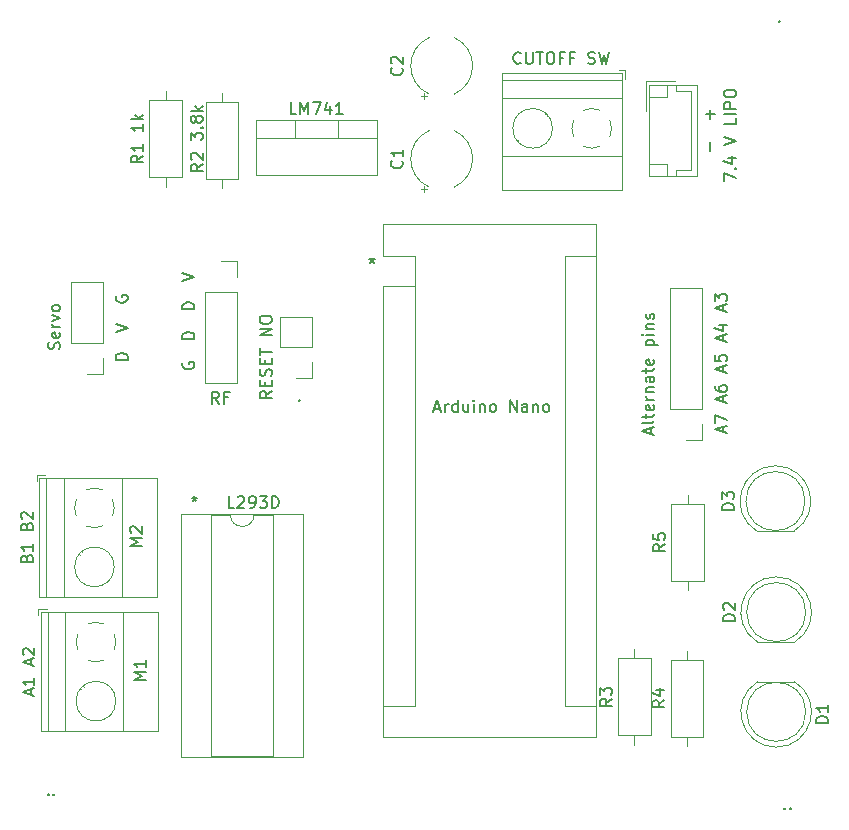
<source format=gbr>
%TF.GenerationSoftware,KiCad,Pcbnew,(5.1.10)-1*%
%TF.CreationDate,2021-06-27T00:20:55+05:30*%
%TF.ProjectId,pcb_flip,7063625f-666c-4697-902e-6b696361645f,rev?*%
%TF.SameCoordinates,Original*%
%TF.FileFunction,Legend,Top*%
%TF.FilePolarity,Positive*%
%FSLAX46Y46*%
G04 Gerber Fmt 4.6, Leading zero omitted, Abs format (unit mm)*
G04 Created by KiCad (PCBNEW (5.1.10)-1) date 2021-06-27 00:20:55*
%MOMM*%
%LPD*%
G01*
G04 APERTURE LIST*
%ADD10C,0.120000*%
%ADD11C,0.150000*%
G04 APERTURE END LIST*
D10*
%TO.C,D2*%
X121264000Y-93428500D02*
X124354000Y-93428500D01*
X125309000Y-90868500D02*
G75*
G03*
X125309000Y-90868500I-2500000J0D01*
G01*
X122808538Y-87878500D02*
G75*
G02*
X124353830Y-93428500I462J-2990000D01*
G01*
X122809462Y-87878500D02*
G75*
G03*
X121264170Y-93428500I-462J-2990000D01*
G01*
%TO.C,\u002A   L293D*%
X82737000Y-82557000D02*
X72457000Y-82557000D01*
X82737000Y-103117000D02*
X82737000Y-82557000D01*
X72457000Y-103117000D02*
X82737000Y-103117000D01*
X72457000Y-82557000D02*
X72457000Y-103117000D01*
X80247000Y-82617000D02*
X78597000Y-82617000D01*
X80247000Y-103057000D02*
X80247000Y-82617000D01*
X74947000Y-103057000D02*
X80247000Y-103057000D01*
X74947000Y-82617000D02*
X74947000Y-103057000D01*
X76597000Y-82617000D02*
X74947000Y-82617000D01*
X78597000Y-82617000D02*
G75*
G02*
X76597000Y-82617000I-1000000J0D01*
G01*
%TO.C,CUTOFF SW*%
X109988000Y-45011000D02*
X109488000Y-45011000D01*
X109988000Y-45751000D02*
X109988000Y-45011000D01*
X103415000Y-48888000D02*
X103462000Y-48842000D01*
X101118000Y-51186000D02*
X101153000Y-51150000D01*
X103222000Y-48672000D02*
X103257000Y-48637000D01*
X100913000Y-50980000D02*
X100960000Y-50934000D01*
X99628000Y-55172000D02*
X99628000Y-45251000D01*
X109748000Y-55172000D02*
X109748000Y-45251000D01*
X109748000Y-45251000D02*
X99628000Y-45251000D01*
X109748000Y-55172000D02*
X99628000Y-55172000D01*
X109748000Y-52212000D02*
X99628000Y-52212000D01*
X109748000Y-47311000D02*
X99628000Y-47311000D01*
X109748000Y-45811000D02*
X99628000Y-45811000D01*
X103868000Y-49911000D02*
G75*
G03*
X103868000Y-49911000I-1680000J0D01*
G01*
X107159195Y-48230747D02*
G75*
G02*
X107872000Y-48376000I28805J-1680253D01*
G01*
X108723426Y-49227958D02*
G75*
G02*
X108723000Y-50595000I-1535426J-683042D01*
G01*
X107871042Y-51446426D02*
G75*
G02*
X106504000Y-51446000I-683042J1535426D01*
G01*
X105652574Y-50594042D02*
G75*
G02*
X105653000Y-49227000I1535426J683042D01*
G01*
X106504682Y-48376244D02*
G75*
G02*
X107188000Y-48231000I683318J-1534756D01*
G01*
%TO.C,A7 A6 A5 A4 A3*%
X116519000Y-76260000D02*
X115189000Y-76260000D01*
X116519000Y-74930000D02*
X116519000Y-76260000D01*
X116519000Y-73660000D02*
X113859000Y-73660000D01*
X113859000Y-73660000D02*
X113859000Y-63440000D01*
X116519000Y-73660000D02*
X116519000Y-63440000D01*
X116519000Y-63440000D02*
X113859000Y-63440000D01*
%TO.C,.*%
X83499000Y-71053000D02*
X82169000Y-71053000D01*
X83499000Y-69723000D02*
X83499000Y-71053000D01*
X83499000Y-68453000D02*
X80839000Y-68453000D01*
X80839000Y-68453000D02*
X80839000Y-65853000D01*
X83499000Y-68453000D02*
X83499000Y-65853000D01*
X83499000Y-65853000D02*
X80839000Y-65853000D01*
%TO.C,M1*%
X60314500Y-90608500D02*
X60314500Y-91108500D01*
X61054500Y-90608500D02*
X60314500Y-90608500D01*
X64191500Y-97181500D02*
X64145500Y-97134500D01*
X66489500Y-99478500D02*
X66453500Y-99443500D01*
X63975500Y-97374500D02*
X63940500Y-97339500D01*
X66283500Y-99683500D02*
X66237500Y-99636500D01*
X70475500Y-100968500D02*
X60554500Y-100968500D01*
X70475500Y-90848500D02*
X60554500Y-90848500D01*
X60554500Y-90848500D02*
X60554500Y-100968500D01*
X70475500Y-90848500D02*
X70475500Y-100968500D01*
X67515500Y-90848500D02*
X67515500Y-100968500D01*
X62614500Y-90848500D02*
X62614500Y-100968500D01*
X61114500Y-90848500D02*
X61114500Y-100968500D01*
X66894500Y-98408500D02*
G75*
G03*
X66894500Y-98408500I-1680000J0D01*
G01*
X63534247Y-93437305D02*
G75*
G02*
X63679500Y-92724500I1680253J28805D01*
G01*
X64531458Y-91873074D02*
G75*
G02*
X65898500Y-91873500I683042J-1535426D01*
G01*
X66749926Y-92725458D02*
G75*
G02*
X66749500Y-94092500I-1535426J-683042D01*
G01*
X65897542Y-94943926D02*
G75*
G02*
X64530500Y-94943500I-683042J1535426D01*
G01*
X63679744Y-94091818D02*
G75*
G02*
X63534500Y-93408500I1534756J683318D01*
G01*
%TO.C,M2*%
X60187500Y-79242000D02*
X60187500Y-79742000D01*
X60927500Y-79242000D02*
X60187500Y-79242000D01*
X64064500Y-85815000D02*
X64018500Y-85768000D01*
X66362500Y-88112000D02*
X66326500Y-88077000D01*
X63848500Y-86008000D02*
X63813500Y-85973000D01*
X66156500Y-88317000D02*
X66110500Y-88270000D01*
X70348500Y-89602000D02*
X60427500Y-89602000D01*
X70348500Y-79482000D02*
X60427500Y-79482000D01*
X60427500Y-79482000D02*
X60427500Y-89602000D01*
X70348500Y-79482000D02*
X70348500Y-89602000D01*
X67388500Y-79482000D02*
X67388500Y-89602000D01*
X62487500Y-79482000D02*
X62487500Y-89602000D01*
X60987500Y-79482000D02*
X60987500Y-89602000D01*
X66767500Y-87042000D02*
G75*
G03*
X66767500Y-87042000I-1680000J0D01*
G01*
X63407247Y-82070805D02*
G75*
G02*
X63552500Y-81358000I1680253J28805D01*
G01*
X64404458Y-80506574D02*
G75*
G02*
X65771500Y-80507000I683042J-1535426D01*
G01*
X66622926Y-81358958D02*
G75*
G02*
X66622500Y-82726000I-1535426J-683042D01*
G01*
X65770542Y-83577426D02*
G75*
G02*
X64403500Y-83577000I-683042J1535426D01*
G01*
X63552744Y-82725318D02*
G75*
G02*
X63407500Y-82042000I1534756J683318D01*
G01*
%TO.C,D  V  G*%
X65782500Y-70672000D02*
X64452500Y-70672000D01*
X65782500Y-69342000D02*
X65782500Y-70672000D01*
X65782500Y-68072000D02*
X63122500Y-68072000D01*
X63122500Y-68072000D02*
X63122500Y-62932000D01*
X65782500Y-68072000D02*
X65782500Y-62932000D01*
X65782500Y-62932000D02*
X63122500Y-62932000D01*
%TO.C,RF*%
X75819000Y-61154000D02*
X77149000Y-61154000D01*
X77149000Y-61154000D02*
X77149000Y-62484000D01*
X77149000Y-63754000D02*
X77149000Y-71434000D01*
X74489000Y-71434000D02*
X77149000Y-71434000D01*
X74489000Y-63754000D02*
X74489000Y-71434000D01*
X74489000Y-63754000D02*
X77149000Y-63754000D01*
%TO.C,LM741*%
X78763500Y-49244500D02*
X89003500Y-49244500D01*
X78763500Y-53885500D02*
X89003500Y-53885500D01*
X78763500Y-49244500D02*
X78763500Y-53885500D01*
X89003500Y-49244500D02*
X89003500Y-53885500D01*
X78763500Y-50754500D02*
X89003500Y-50754500D01*
X82033500Y-49244500D02*
X82033500Y-50754500D01*
X85734500Y-49244500D02*
X85734500Y-50754500D01*
%TO.C,R5*%
X115316000Y-80923000D02*
X115316000Y-81693000D01*
X115316000Y-89003000D02*
X115316000Y-88233000D01*
X113946000Y-81693000D02*
X113946000Y-88233000D01*
X116686000Y-81693000D02*
X113946000Y-81693000D01*
X116686000Y-88233000D02*
X116686000Y-81693000D01*
X113946000Y-88233000D02*
X116686000Y-88233000D01*
%TO.C,R4*%
X115252500Y-94131000D02*
X115252500Y-94901000D01*
X115252500Y-102211000D02*
X115252500Y-101441000D01*
X113882500Y-94901000D02*
X113882500Y-101441000D01*
X116622500Y-94901000D02*
X113882500Y-94901000D01*
X116622500Y-101441000D02*
X116622500Y-94901000D01*
X113882500Y-101441000D02*
X116622500Y-101441000D01*
%TO.C,R3*%
X110807500Y-94004000D02*
X110807500Y-94774000D01*
X110807500Y-102084000D02*
X110807500Y-101314000D01*
X109437500Y-94774000D02*
X109437500Y-101314000D01*
X112177500Y-94774000D02*
X109437500Y-94774000D01*
X112177500Y-101314000D02*
X112177500Y-94774000D01*
X109437500Y-101314000D02*
X112177500Y-101314000D01*
%TO.C,R2 3.8k*%
X75882500Y-46887000D02*
X75882500Y-47657000D01*
X75882500Y-54967000D02*
X75882500Y-54197000D01*
X74512500Y-47657000D02*
X74512500Y-54197000D01*
X77252500Y-47657000D02*
X74512500Y-47657000D01*
X77252500Y-54197000D02*
X77252500Y-47657000D01*
X74512500Y-54197000D02*
X77252500Y-54197000D01*
%TO.C,R1 1k*%
X71120000Y-46760000D02*
X71120000Y-47530000D01*
X71120000Y-54840000D02*
X71120000Y-54070000D01*
X69750000Y-47530000D02*
X69750000Y-54070000D01*
X72490000Y-47530000D02*
X69750000Y-47530000D01*
X72490000Y-54070000D02*
X72490000Y-47530000D01*
X69750000Y-54070000D02*
X72490000Y-54070000D01*
%TO.C,-  +*%
X111753500Y-45921500D02*
X111753500Y-48421500D01*
X114253500Y-45921500D02*
X111753500Y-45921500D01*
X113553500Y-52941500D02*
X112053500Y-52941500D01*
X113553500Y-53941500D02*
X113553500Y-52941500D01*
X113553500Y-47221500D02*
X112053500Y-47221500D01*
X113553500Y-46221500D02*
X113553500Y-47221500D01*
X114363500Y-53441500D02*
X114363500Y-53941500D01*
X115573500Y-53441500D02*
X114363500Y-53441500D01*
X115573500Y-46721500D02*
X115573500Y-53441500D01*
X114363500Y-46721500D02*
X115573500Y-46721500D01*
X114363500Y-46221500D02*
X114363500Y-46721500D01*
X116073500Y-53941500D02*
X116073500Y-46221500D01*
X112053500Y-53941500D02*
X116073500Y-53941500D01*
X112053500Y-46221500D02*
X112053500Y-53941500D01*
X116073500Y-46221500D02*
X112053500Y-46221500D01*
%TO.C,D3*%
X121200500Y-84030500D02*
X124290500Y-84030500D01*
X125245500Y-81470500D02*
G75*
G03*
X125245500Y-81470500I-2500000J0D01*
G01*
X122745038Y-78480500D02*
G75*
G02*
X124290330Y-84030500I462J-2990000D01*
G01*
X122745962Y-78480500D02*
G75*
G03*
X121200670Y-84030500I-462J-2990000D01*
G01*
%TO.C,D1*%
X124354000Y-96754000D02*
X121264000Y-96754000D01*
X125309000Y-99314000D02*
G75*
G03*
X125309000Y-99314000I-2500000J0D01*
G01*
X122809462Y-102304000D02*
G75*
G02*
X121264170Y-96754000I-462J2990000D01*
G01*
X122808538Y-102304000D02*
G75*
G03*
X124353830Y-96754000I462J2990000D01*
G01*
%TO.C,C2*%
X92763000Y-47171775D02*
X93263000Y-47171775D01*
X93013000Y-47421775D02*
X93013000Y-46921775D01*
X95548000Y-42221003D02*
G75*
G02*
X95548000Y-47012997I-1060000J-2395997D01*
G01*
X93428000Y-42221003D02*
G75*
G03*
X93428000Y-47012997I1060000J-2395997D01*
G01*
%TO.C,C1*%
X92763000Y-55045775D02*
X93263000Y-55045775D01*
X93013000Y-55295775D02*
X93013000Y-54795775D01*
X95548000Y-50095003D02*
G75*
G02*
X95548000Y-54886997I-1060000J-2395997D01*
G01*
X93428000Y-50095003D02*
G75*
G03*
X93428000Y-54886997I1060000J-2395997D01*
G01*
%TO.C,Arduino Nano*%
X92202000Y-63246000D02*
X92202000Y-60706000D01*
X92202000Y-60706000D02*
X89532000Y-60706000D01*
X89532000Y-63246000D02*
X89532000Y-101476000D01*
X89532000Y-58036000D02*
X89532000Y-60706000D01*
X104902000Y-60706000D02*
X107572000Y-60706000D01*
X104902000Y-60706000D02*
X104902000Y-98806000D01*
X104902000Y-98806000D02*
X107572000Y-98806000D01*
X92202000Y-63246000D02*
X89532000Y-63246000D01*
X92202000Y-63246000D02*
X92202000Y-98806000D01*
X92202000Y-98806000D02*
X89532000Y-98806000D01*
X89532000Y-101476000D02*
X107572000Y-101476000D01*
X107572000Y-101476000D02*
X107572000Y-58036000D01*
X107572000Y-58036000D02*
X89532000Y-58036000D01*
%TO.C,..*%
D11*
X123523404Y-107474142D02*
X123571023Y-107521761D01*
X123523404Y-107569380D01*
X123475785Y-107521761D01*
X123523404Y-107474142D01*
X123523404Y-107569380D01*
X123999595Y-107474142D02*
X124047214Y-107521761D01*
X123999595Y-107569380D01*
X123951976Y-107521761D01*
X123999595Y-107474142D01*
X123999595Y-107569380D01*
X61166404Y-106267642D02*
X61214023Y-106315261D01*
X61166404Y-106362880D01*
X61118785Y-106315261D01*
X61166404Y-106267642D01*
X61166404Y-106362880D01*
X61642595Y-106267642D02*
X61690214Y-106315261D01*
X61642595Y-106362880D01*
X61594976Y-106315261D01*
X61642595Y-106267642D01*
X61642595Y-106362880D01*
%TO.C,.*%
X123063000Y-40799142D02*
X123110619Y-40846761D01*
X123063000Y-40894380D01*
X123015380Y-40846761D01*
X123063000Y-40799142D01*
X123063000Y-40894380D01*
%TO.C, *%
%TO.C,D2*%
X119301380Y-91606595D02*
X118301380Y-91606595D01*
X118301380Y-91368500D01*
X118349000Y-91225642D01*
X118444238Y-91130404D01*
X118539476Y-91082785D01*
X118729952Y-91035166D01*
X118872809Y-91035166D01*
X119063285Y-91082785D01*
X119158523Y-91130404D01*
X119253761Y-91225642D01*
X119301380Y-91368500D01*
X119301380Y-91606595D01*
X118396619Y-90654214D02*
X118349000Y-90606595D01*
X118301380Y-90511357D01*
X118301380Y-90273261D01*
X118349000Y-90178023D01*
X118396619Y-90130404D01*
X118491857Y-90082785D01*
X118587095Y-90082785D01*
X118729952Y-90130404D01*
X119301380Y-90701833D01*
X119301380Y-90082785D01*
%TO.C,\u002A   L293D*%
X73549309Y-81049880D02*
X73549309Y-81287976D01*
X73311214Y-81192738D02*
X73549309Y-81287976D01*
X73787404Y-81192738D01*
X73406452Y-81478452D02*
X73549309Y-81287976D01*
X73692166Y-81478452D01*
X76930261Y-82049880D02*
X76454071Y-82049880D01*
X76454071Y-81049880D01*
X77215976Y-81145119D02*
X77263595Y-81097500D01*
X77358833Y-81049880D01*
X77596928Y-81049880D01*
X77692166Y-81097500D01*
X77739785Y-81145119D01*
X77787404Y-81240357D01*
X77787404Y-81335595D01*
X77739785Y-81478452D01*
X77168357Y-82049880D01*
X77787404Y-82049880D01*
X78263595Y-82049880D02*
X78454071Y-82049880D01*
X78549309Y-82002261D01*
X78596928Y-81954642D01*
X78692166Y-81811785D01*
X78739785Y-81621309D01*
X78739785Y-81240357D01*
X78692166Y-81145119D01*
X78644547Y-81097500D01*
X78549309Y-81049880D01*
X78358833Y-81049880D01*
X78263595Y-81097500D01*
X78215976Y-81145119D01*
X78168357Y-81240357D01*
X78168357Y-81478452D01*
X78215976Y-81573690D01*
X78263595Y-81621309D01*
X78358833Y-81668928D01*
X78549309Y-81668928D01*
X78644547Y-81621309D01*
X78692166Y-81573690D01*
X78739785Y-81478452D01*
X79073119Y-81049880D02*
X79692166Y-81049880D01*
X79358833Y-81430833D01*
X79501690Y-81430833D01*
X79596928Y-81478452D01*
X79644547Y-81526071D01*
X79692166Y-81621309D01*
X79692166Y-81859404D01*
X79644547Y-81954642D01*
X79596928Y-82002261D01*
X79501690Y-82049880D01*
X79215976Y-82049880D01*
X79120738Y-82002261D01*
X79073119Y-81954642D01*
X80120738Y-82049880D02*
X80120738Y-81049880D01*
X80358833Y-81049880D01*
X80501690Y-81097500D01*
X80596928Y-81192738D01*
X80644547Y-81287976D01*
X80692166Y-81478452D01*
X80692166Y-81621309D01*
X80644547Y-81811785D01*
X80596928Y-81907023D01*
X80501690Y-82002261D01*
X80358833Y-82049880D01*
X80120738Y-82049880D01*
%TO.C,CUTOFF SW*%
X101179738Y-44362642D02*
X101132119Y-44410261D01*
X100989261Y-44457880D01*
X100894023Y-44457880D01*
X100751166Y-44410261D01*
X100655928Y-44315023D01*
X100608309Y-44219785D01*
X100560690Y-44029309D01*
X100560690Y-43886452D01*
X100608309Y-43695976D01*
X100655928Y-43600738D01*
X100751166Y-43505500D01*
X100894023Y-43457880D01*
X100989261Y-43457880D01*
X101132119Y-43505500D01*
X101179738Y-43553119D01*
X101608309Y-43457880D02*
X101608309Y-44267404D01*
X101655928Y-44362642D01*
X101703547Y-44410261D01*
X101798785Y-44457880D01*
X101989261Y-44457880D01*
X102084500Y-44410261D01*
X102132119Y-44362642D01*
X102179738Y-44267404D01*
X102179738Y-43457880D01*
X102513071Y-43457880D02*
X103084500Y-43457880D01*
X102798785Y-44457880D02*
X102798785Y-43457880D01*
X103608309Y-43457880D02*
X103798785Y-43457880D01*
X103894023Y-43505500D01*
X103989261Y-43600738D01*
X104036880Y-43791214D01*
X104036880Y-44124547D01*
X103989261Y-44315023D01*
X103894023Y-44410261D01*
X103798785Y-44457880D01*
X103608309Y-44457880D01*
X103513071Y-44410261D01*
X103417833Y-44315023D01*
X103370214Y-44124547D01*
X103370214Y-43791214D01*
X103417833Y-43600738D01*
X103513071Y-43505500D01*
X103608309Y-43457880D01*
X104798785Y-43934071D02*
X104465452Y-43934071D01*
X104465452Y-44457880D02*
X104465452Y-43457880D01*
X104941642Y-43457880D01*
X105655928Y-43934071D02*
X105322595Y-43934071D01*
X105322595Y-44457880D02*
X105322595Y-43457880D01*
X105798785Y-43457880D01*
X106894023Y-44410261D02*
X107036880Y-44457880D01*
X107274976Y-44457880D01*
X107370214Y-44410261D01*
X107417833Y-44362642D01*
X107465452Y-44267404D01*
X107465452Y-44172166D01*
X107417833Y-44076928D01*
X107370214Y-44029309D01*
X107274976Y-43981690D01*
X107084500Y-43934071D01*
X106989261Y-43886452D01*
X106941642Y-43838833D01*
X106894023Y-43743595D01*
X106894023Y-43648357D01*
X106941642Y-43553119D01*
X106989261Y-43505500D01*
X107084500Y-43457880D01*
X107322595Y-43457880D01*
X107465452Y-43505500D01*
X107798785Y-43457880D02*
X108036880Y-44457880D01*
X108227357Y-43743595D01*
X108417833Y-44457880D01*
X108655928Y-43457880D01*
%TO.C,A7 A6 A5 A4 A3*%
X118340166Y-75643642D02*
X118340166Y-75167452D01*
X118625880Y-75738880D02*
X117625880Y-75405547D01*
X118625880Y-75072214D01*
X117625880Y-74834119D02*
X117625880Y-74167452D01*
X118625880Y-74596023D01*
X118340166Y-73072214D02*
X118340166Y-72596023D01*
X118625880Y-73167452D02*
X117625880Y-72834119D01*
X118625880Y-72500785D01*
X117625880Y-71738880D02*
X117625880Y-71929357D01*
X117673500Y-72024595D01*
X117721119Y-72072214D01*
X117863976Y-72167452D01*
X118054452Y-72215071D01*
X118435404Y-72215071D01*
X118530642Y-72167452D01*
X118578261Y-72119833D01*
X118625880Y-72024595D01*
X118625880Y-71834119D01*
X118578261Y-71738880D01*
X118530642Y-71691261D01*
X118435404Y-71643642D01*
X118197309Y-71643642D01*
X118102071Y-71691261D01*
X118054452Y-71738880D01*
X118006833Y-71834119D01*
X118006833Y-72024595D01*
X118054452Y-72119833D01*
X118102071Y-72167452D01*
X118197309Y-72215071D01*
X118340166Y-70500785D02*
X118340166Y-70024595D01*
X118625880Y-70596023D02*
X117625880Y-70262690D01*
X118625880Y-69929357D01*
X117625880Y-69119833D02*
X117625880Y-69596023D01*
X118102071Y-69643642D01*
X118054452Y-69596023D01*
X118006833Y-69500785D01*
X118006833Y-69262690D01*
X118054452Y-69167452D01*
X118102071Y-69119833D01*
X118197309Y-69072214D01*
X118435404Y-69072214D01*
X118530642Y-69119833D01*
X118578261Y-69167452D01*
X118625880Y-69262690D01*
X118625880Y-69500785D01*
X118578261Y-69596023D01*
X118530642Y-69643642D01*
X118340166Y-67929357D02*
X118340166Y-67453166D01*
X118625880Y-68024595D02*
X117625880Y-67691261D01*
X118625880Y-67357928D01*
X117959214Y-66596023D02*
X118625880Y-66596023D01*
X117578261Y-66834119D02*
X118292547Y-67072214D01*
X118292547Y-66453166D01*
X118340166Y-65357928D02*
X118340166Y-64881738D01*
X118625880Y-65453166D02*
X117625880Y-65119833D01*
X118625880Y-64786500D01*
X117625880Y-64548404D02*
X117625880Y-63929357D01*
X118006833Y-64262690D01*
X118006833Y-64119833D01*
X118054452Y-64024595D01*
X118102071Y-63976976D01*
X118197309Y-63929357D01*
X118435404Y-63929357D01*
X118530642Y-63976976D01*
X118578261Y-64024595D01*
X118625880Y-64119833D01*
X118625880Y-64405547D01*
X118578261Y-64500785D01*
X118530642Y-64548404D01*
X112180666Y-75746928D02*
X112180666Y-75270738D01*
X112466380Y-75842166D02*
X111466380Y-75508833D01*
X112466380Y-75175500D01*
X112466380Y-74699309D02*
X112418761Y-74794547D01*
X112323523Y-74842166D01*
X111466380Y-74842166D01*
X111799714Y-74461214D02*
X111799714Y-74080261D01*
X111466380Y-74318357D02*
X112323523Y-74318357D01*
X112418761Y-74270738D01*
X112466380Y-74175500D01*
X112466380Y-74080261D01*
X112418761Y-73365976D02*
X112466380Y-73461214D01*
X112466380Y-73651690D01*
X112418761Y-73746928D01*
X112323523Y-73794547D01*
X111942571Y-73794547D01*
X111847333Y-73746928D01*
X111799714Y-73651690D01*
X111799714Y-73461214D01*
X111847333Y-73365976D01*
X111942571Y-73318357D01*
X112037809Y-73318357D01*
X112133047Y-73794547D01*
X112466380Y-72889785D02*
X111799714Y-72889785D01*
X111990190Y-72889785D02*
X111894952Y-72842166D01*
X111847333Y-72794547D01*
X111799714Y-72699309D01*
X111799714Y-72604071D01*
X111799714Y-72270738D02*
X112466380Y-72270738D01*
X111894952Y-72270738D02*
X111847333Y-72223119D01*
X111799714Y-72127880D01*
X111799714Y-71985023D01*
X111847333Y-71889785D01*
X111942571Y-71842166D01*
X112466380Y-71842166D01*
X112466380Y-70937404D02*
X111942571Y-70937404D01*
X111847333Y-70985023D01*
X111799714Y-71080261D01*
X111799714Y-71270738D01*
X111847333Y-71365976D01*
X112418761Y-70937404D02*
X112466380Y-71032642D01*
X112466380Y-71270738D01*
X112418761Y-71365976D01*
X112323523Y-71413595D01*
X112228285Y-71413595D01*
X112133047Y-71365976D01*
X112085428Y-71270738D01*
X112085428Y-71032642D01*
X112037809Y-70937404D01*
X111799714Y-70604071D02*
X111799714Y-70223119D01*
X111466380Y-70461214D02*
X112323523Y-70461214D01*
X112418761Y-70413595D01*
X112466380Y-70318357D01*
X112466380Y-70223119D01*
X112418761Y-69508833D02*
X112466380Y-69604071D01*
X112466380Y-69794547D01*
X112418761Y-69889785D01*
X112323523Y-69937404D01*
X111942571Y-69937404D01*
X111847333Y-69889785D01*
X111799714Y-69794547D01*
X111799714Y-69604071D01*
X111847333Y-69508833D01*
X111942571Y-69461214D01*
X112037809Y-69461214D01*
X112133047Y-69937404D01*
X111799714Y-68270738D02*
X112799714Y-68270738D01*
X111847333Y-68270738D02*
X111799714Y-68175500D01*
X111799714Y-67985023D01*
X111847333Y-67889785D01*
X111894952Y-67842166D01*
X111990190Y-67794547D01*
X112275904Y-67794547D01*
X112371142Y-67842166D01*
X112418761Y-67889785D01*
X112466380Y-67985023D01*
X112466380Y-68175500D01*
X112418761Y-68270738D01*
X112466380Y-67365976D02*
X111799714Y-67365976D01*
X111466380Y-67365976D02*
X111514000Y-67413595D01*
X111561619Y-67365976D01*
X111514000Y-67318357D01*
X111466380Y-67365976D01*
X111561619Y-67365976D01*
X111799714Y-66889785D02*
X112466380Y-66889785D01*
X111894952Y-66889785D02*
X111847333Y-66842166D01*
X111799714Y-66746928D01*
X111799714Y-66604071D01*
X111847333Y-66508833D01*
X111942571Y-66461214D01*
X112466380Y-66461214D01*
X112418761Y-66032642D02*
X112466380Y-65937404D01*
X112466380Y-65746928D01*
X112418761Y-65651690D01*
X112323523Y-65604071D01*
X112275904Y-65604071D01*
X112180666Y-65651690D01*
X112133047Y-65746928D01*
X112133047Y-65889785D01*
X112085428Y-65985023D01*
X111990190Y-66032642D01*
X111942571Y-66032642D01*
X111847333Y-65985023D01*
X111799714Y-65889785D01*
X111799714Y-65746928D01*
X111847333Y-65651690D01*
%TO.C,.*%
X82423000Y-72874142D02*
X82470619Y-72921761D01*
X82423000Y-72969380D01*
X82375380Y-72921761D01*
X82423000Y-72874142D01*
X82423000Y-72969380D01*
X80081380Y-72159452D02*
X79605190Y-72492785D01*
X80081380Y-72730880D02*
X79081380Y-72730880D01*
X79081380Y-72349928D01*
X79129000Y-72254690D01*
X79176619Y-72207071D01*
X79271857Y-72159452D01*
X79414714Y-72159452D01*
X79509952Y-72207071D01*
X79557571Y-72254690D01*
X79605190Y-72349928D01*
X79605190Y-72730880D01*
X79557571Y-71730880D02*
X79557571Y-71397547D01*
X80081380Y-71254690D02*
X80081380Y-71730880D01*
X79081380Y-71730880D01*
X79081380Y-71254690D01*
X80033761Y-70873738D02*
X80081380Y-70730880D01*
X80081380Y-70492785D01*
X80033761Y-70397547D01*
X79986142Y-70349928D01*
X79890904Y-70302309D01*
X79795666Y-70302309D01*
X79700428Y-70349928D01*
X79652809Y-70397547D01*
X79605190Y-70492785D01*
X79557571Y-70683261D01*
X79509952Y-70778500D01*
X79462333Y-70826119D01*
X79367095Y-70873738D01*
X79271857Y-70873738D01*
X79176619Y-70826119D01*
X79129000Y-70778500D01*
X79081380Y-70683261D01*
X79081380Y-70445166D01*
X79129000Y-70302309D01*
X79557571Y-69873738D02*
X79557571Y-69540404D01*
X80081380Y-69397547D02*
X80081380Y-69873738D01*
X79081380Y-69873738D01*
X79081380Y-69397547D01*
X79081380Y-69111833D02*
X79081380Y-68540404D01*
X80081380Y-68826119D02*
X79081380Y-68826119D01*
X80081380Y-67445166D02*
X79081380Y-67445166D01*
X80081380Y-66873738D01*
X79081380Y-66873738D01*
X79081380Y-66207071D02*
X79081380Y-66016595D01*
X79129000Y-65921357D01*
X79224238Y-65826119D01*
X79414714Y-65778500D01*
X79748047Y-65778500D01*
X79938523Y-65826119D01*
X80033761Y-65921357D01*
X80081380Y-66016595D01*
X80081380Y-66207071D01*
X80033761Y-66302309D01*
X79938523Y-66397547D01*
X79748047Y-66445166D01*
X79414714Y-66445166D01*
X79224238Y-66397547D01*
X79129000Y-66302309D01*
X79081380Y-66207071D01*
%TO.C,M1*%
X69413380Y-96631023D02*
X68413380Y-96631023D01*
X69127666Y-96297690D01*
X68413380Y-95964357D01*
X69413380Y-95964357D01*
X69413380Y-94964357D02*
X69413380Y-95535785D01*
X69413380Y-95250071D02*
X68413380Y-95250071D01*
X68556238Y-95345309D01*
X68651476Y-95440547D01*
X68699095Y-95535785D01*
X59721166Y-97908500D02*
X59721166Y-97432309D01*
X60006880Y-98003738D02*
X59006880Y-97670404D01*
X60006880Y-97337071D01*
X60006880Y-96479928D02*
X60006880Y-97051357D01*
X60006880Y-96765642D02*
X59006880Y-96765642D01*
X59149738Y-96860880D01*
X59244976Y-96956119D01*
X59292595Y-97051357D01*
X59721166Y-95337071D02*
X59721166Y-94860880D01*
X60006880Y-95432309D02*
X59006880Y-95098976D01*
X60006880Y-94765642D01*
X59102119Y-94479928D02*
X59054500Y-94432309D01*
X59006880Y-94337071D01*
X59006880Y-94098976D01*
X59054500Y-94003738D01*
X59102119Y-93956119D01*
X59197357Y-93908500D01*
X59292595Y-93908500D01*
X59435452Y-93956119D01*
X60006880Y-94527547D01*
X60006880Y-93908500D01*
%TO.C,M2*%
X69095880Y-85264523D02*
X68095880Y-85264523D01*
X68810166Y-84931190D01*
X68095880Y-84597857D01*
X69095880Y-84597857D01*
X68191119Y-84169285D02*
X68143500Y-84121666D01*
X68095880Y-84026428D01*
X68095880Y-83788333D01*
X68143500Y-83693095D01*
X68191119Y-83645476D01*
X68286357Y-83597857D01*
X68381595Y-83597857D01*
X68524452Y-83645476D01*
X69095880Y-84216904D01*
X69095880Y-83597857D01*
X59356071Y-86303904D02*
X59403690Y-86161047D01*
X59451309Y-86113428D01*
X59546547Y-86065809D01*
X59689404Y-86065809D01*
X59784642Y-86113428D01*
X59832261Y-86161047D01*
X59879880Y-86256285D01*
X59879880Y-86637238D01*
X58879880Y-86637238D01*
X58879880Y-86303904D01*
X58927500Y-86208666D01*
X58975119Y-86161047D01*
X59070357Y-86113428D01*
X59165595Y-86113428D01*
X59260833Y-86161047D01*
X59308452Y-86208666D01*
X59356071Y-86303904D01*
X59356071Y-86637238D01*
X59879880Y-85113428D02*
X59879880Y-85684857D01*
X59879880Y-85399142D02*
X58879880Y-85399142D01*
X59022738Y-85494380D01*
X59117976Y-85589619D01*
X59165595Y-85684857D01*
X59356071Y-83589619D02*
X59403690Y-83446761D01*
X59451309Y-83399142D01*
X59546547Y-83351523D01*
X59689404Y-83351523D01*
X59784642Y-83399142D01*
X59832261Y-83446761D01*
X59879880Y-83542000D01*
X59879880Y-83922952D01*
X58879880Y-83922952D01*
X58879880Y-83589619D01*
X58927500Y-83494380D01*
X58975119Y-83446761D01*
X59070357Y-83399142D01*
X59165595Y-83399142D01*
X59260833Y-83446761D01*
X59308452Y-83494380D01*
X59356071Y-83589619D01*
X59356071Y-83922952D01*
X58975119Y-82970571D02*
X58927500Y-82922952D01*
X58879880Y-82827714D01*
X58879880Y-82589619D01*
X58927500Y-82494380D01*
X58975119Y-82446761D01*
X59070357Y-82399142D01*
X59165595Y-82399142D01*
X59308452Y-82446761D01*
X59879880Y-83018190D01*
X59879880Y-82399142D01*
%TO.C,D  V  G*%
X67889380Y-69516285D02*
X66889380Y-69516285D01*
X66889380Y-69278190D01*
X66937000Y-69135333D01*
X67032238Y-69040095D01*
X67127476Y-68992476D01*
X67317952Y-68944857D01*
X67460809Y-68944857D01*
X67651285Y-68992476D01*
X67746523Y-69040095D01*
X67841761Y-69135333D01*
X67889380Y-69278190D01*
X67889380Y-69516285D01*
X66889380Y-67135333D02*
X67889380Y-66802000D01*
X66889380Y-66468666D01*
X66937000Y-64087714D02*
X66889380Y-64182952D01*
X66889380Y-64325809D01*
X66937000Y-64468666D01*
X67032238Y-64563904D01*
X67127476Y-64611523D01*
X67317952Y-64659142D01*
X67460809Y-64659142D01*
X67651285Y-64611523D01*
X67746523Y-64563904D01*
X67841761Y-64468666D01*
X67889380Y-64325809D01*
X67889380Y-64230571D01*
X67841761Y-64087714D01*
X67794142Y-64040095D01*
X67460809Y-64040095D01*
X67460809Y-64230571D01*
X62126761Y-68595642D02*
X62174380Y-68452785D01*
X62174380Y-68214690D01*
X62126761Y-68119452D01*
X62079142Y-68071833D01*
X61983904Y-68024214D01*
X61888666Y-68024214D01*
X61793428Y-68071833D01*
X61745809Y-68119452D01*
X61698190Y-68214690D01*
X61650571Y-68405166D01*
X61602952Y-68500404D01*
X61555333Y-68548023D01*
X61460095Y-68595642D01*
X61364857Y-68595642D01*
X61269619Y-68548023D01*
X61222000Y-68500404D01*
X61174380Y-68405166D01*
X61174380Y-68167071D01*
X61222000Y-68024214D01*
X62126761Y-67214690D02*
X62174380Y-67309928D01*
X62174380Y-67500404D01*
X62126761Y-67595642D01*
X62031523Y-67643261D01*
X61650571Y-67643261D01*
X61555333Y-67595642D01*
X61507714Y-67500404D01*
X61507714Y-67309928D01*
X61555333Y-67214690D01*
X61650571Y-67167071D01*
X61745809Y-67167071D01*
X61841047Y-67643261D01*
X62174380Y-66738500D02*
X61507714Y-66738500D01*
X61698190Y-66738500D02*
X61602952Y-66690880D01*
X61555333Y-66643261D01*
X61507714Y-66548023D01*
X61507714Y-66452785D01*
X61507714Y-66214690D02*
X62174380Y-65976595D01*
X61507714Y-65738500D01*
X62174380Y-65214690D02*
X62126761Y-65309928D01*
X62079142Y-65357547D01*
X61983904Y-65405166D01*
X61698190Y-65405166D01*
X61602952Y-65357547D01*
X61555333Y-65309928D01*
X61507714Y-65214690D01*
X61507714Y-65071833D01*
X61555333Y-64976595D01*
X61602952Y-64928976D01*
X61698190Y-64881357D01*
X61983904Y-64881357D01*
X62079142Y-64928976D01*
X62126761Y-64976595D01*
X62174380Y-65071833D01*
X62174380Y-65214690D01*
%TO.C,RF*%
X75636452Y-73223380D02*
X75303119Y-72747190D01*
X75065023Y-73223380D02*
X75065023Y-72223380D01*
X75445976Y-72223380D01*
X75541214Y-72271000D01*
X75588833Y-72318619D01*
X75636452Y-72413857D01*
X75636452Y-72556714D01*
X75588833Y-72651952D01*
X75541214Y-72699571D01*
X75445976Y-72747190D01*
X75065023Y-72747190D01*
X76398357Y-72699571D02*
X76065023Y-72699571D01*
X76065023Y-73223380D02*
X76065023Y-72223380D01*
X76541214Y-72223380D01*
X72588500Y-69746380D02*
X72540880Y-69841619D01*
X72540880Y-69984476D01*
X72588500Y-70127333D01*
X72683738Y-70222571D01*
X72778976Y-70270190D01*
X72969452Y-70317809D01*
X73112309Y-70317809D01*
X73302785Y-70270190D01*
X73398023Y-70222571D01*
X73493261Y-70127333D01*
X73540880Y-69984476D01*
X73540880Y-69889238D01*
X73493261Y-69746380D01*
X73445642Y-69698761D01*
X73112309Y-69698761D01*
X73112309Y-69889238D01*
X73540880Y-67746380D02*
X72540880Y-67746380D01*
X72540880Y-67508285D01*
X72588500Y-67365428D01*
X72683738Y-67270190D01*
X72778976Y-67222571D01*
X72969452Y-67174952D01*
X73112309Y-67174952D01*
X73302785Y-67222571D01*
X73398023Y-67270190D01*
X73493261Y-67365428D01*
X73540880Y-67508285D01*
X73540880Y-67746380D01*
X73540880Y-65222571D02*
X72540880Y-65222571D01*
X72540880Y-64984476D01*
X72588500Y-64841619D01*
X72683738Y-64746380D01*
X72778976Y-64698761D01*
X72969452Y-64651142D01*
X73112309Y-64651142D01*
X73302785Y-64698761D01*
X73398023Y-64746380D01*
X73493261Y-64841619D01*
X73540880Y-64984476D01*
X73540880Y-65222571D01*
X72540880Y-62841619D02*
X73540880Y-62508285D01*
X72540880Y-62174952D01*
%TO.C,LM741*%
X82193023Y-48696880D02*
X81716833Y-48696880D01*
X81716833Y-47696880D01*
X82526357Y-48696880D02*
X82526357Y-47696880D01*
X82859690Y-48411166D01*
X83193023Y-47696880D01*
X83193023Y-48696880D01*
X83573976Y-47696880D02*
X84240642Y-47696880D01*
X83812071Y-48696880D01*
X85050166Y-48030214D02*
X85050166Y-48696880D01*
X84812071Y-47649261D02*
X84573976Y-48363547D01*
X85193023Y-48363547D01*
X86097785Y-48696880D02*
X85526357Y-48696880D01*
X85812071Y-48696880D02*
X85812071Y-47696880D01*
X85716833Y-47839738D01*
X85621595Y-47934976D01*
X85526357Y-47982595D01*
%TO.C,R5*%
X113398380Y-85129666D02*
X112922190Y-85463000D01*
X113398380Y-85701095D02*
X112398380Y-85701095D01*
X112398380Y-85320142D01*
X112446000Y-85224904D01*
X112493619Y-85177285D01*
X112588857Y-85129666D01*
X112731714Y-85129666D01*
X112826952Y-85177285D01*
X112874571Y-85224904D01*
X112922190Y-85320142D01*
X112922190Y-85701095D01*
X112398380Y-84224904D02*
X112398380Y-84701095D01*
X112874571Y-84748714D01*
X112826952Y-84701095D01*
X112779333Y-84605857D01*
X112779333Y-84367761D01*
X112826952Y-84272523D01*
X112874571Y-84224904D01*
X112969809Y-84177285D01*
X113207904Y-84177285D01*
X113303142Y-84224904D01*
X113350761Y-84272523D01*
X113398380Y-84367761D01*
X113398380Y-84605857D01*
X113350761Y-84701095D01*
X113303142Y-84748714D01*
%TO.C,R4*%
X113334880Y-98337666D02*
X112858690Y-98671000D01*
X113334880Y-98909095D02*
X112334880Y-98909095D01*
X112334880Y-98528142D01*
X112382500Y-98432904D01*
X112430119Y-98385285D01*
X112525357Y-98337666D01*
X112668214Y-98337666D01*
X112763452Y-98385285D01*
X112811071Y-98432904D01*
X112858690Y-98528142D01*
X112858690Y-98909095D01*
X112668214Y-97480523D02*
X113334880Y-97480523D01*
X112287261Y-97718619D02*
X113001547Y-97956714D01*
X113001547Y-97337666D01*
%TO.C,R3*%
X108889880Y-98210666D02*
X108413690Y-98544000D01*
X108889880Y-98782095D02*
X107889880Y-98782095D01*
X107889880Y-98401142D01*
X107937500Y-98305904D01*
X107985119Y-98258285D01*
X108080357Y-98210666D01*
X108223214Y-98210666D01*
X108318452Y-98258285D01*
X108366071Y-98305904D01*
X108413690Y-98401142D01*
X108413690Y-98782095D01*
X107889880Y-97877333D02*
X107889880Y-97258285D01*
X108270833Y-97591619D01*
X108270833Y-97448761D01*
X108318452Y-97353523D01*
X108366071Y-97305904D01*
X108461309Y-97258285D01*
X108699404Y-97258285D01*
X108794642Y-97305904D01*
X108842261Y-97353523D01*
X108889880Y-97448761D01*
X108889880Y-97734476D01*
X108842261Y-97829714D01*
X108794642Y-97877333D01*
%TO.C,R2 3.8k*%
X74239380Y-52942857D02*
X73763190Y-53276190D01*
X74239380Y-53514285D02*
X73239380Y-53514285D01*
X73239380Y-53133333D01*
X73287000Y-53038095D01*
X73334619Y-52990476D01*
X73429857Y-52942857D01*
X73572714Y-52942857D01*
X73667952Y-52990476D01*
X73715571Y-53038095D01*
X73763190Y-53133333D01*
X73763190Y-53514285D01*
X73334619Y-52561904D02*
X73287000Y-52514285D01*
X73239380Y-52419047D01*
X73239380Y-52180952D01*
X73287000Y-52085714D01*
X73334619Y-52038095D01*
X73429857Y-51990476D01*
X73525095Y-51990476D01*
X73667952Y-52038095D01*
X74239380Y-52609523D01*
X74239380Y-51990476D01*
X73239380Y-50895238D02*
X73239380Y-50276190D01*
X73620333Y-50609523D01*
X73620333Y-50466666D01*
X73667952Y-50371428D01*
X73715571Y-50323809D01*
X73810809Y-50276190D01*
X74048904Y-50276190D01*
X74144142Y-50323809D01*
X74191761Y-50371428D01*
X74239380Y-50466666D01*
X74239380Y-50752380D01*
X74191761Y-50847619D01*
X74144142Y-50895238D01*
X74144142Y-49847619D02*
X74191761Y-49800000D01*
X74239380Y-49847619D01*
X74191761Y-49895238D01*
X74144142Y-49847619D01*
X74239380Y-49847619D01*
X73667952Y-49228571D02*
X73620333Y-49323809D01*
X73572714Y-49371428D01*
X73477476Y-49419047D01*
X73429857Y-49419047D01*
X73334619Y-49371428D01*
X73287000Y-49323809D01*
X73239380Y-49228571D01*
X73239380Y-49038095D01*
X73287000Y-48942857D01*
X73334619Y-48895238D01*
X73429857Y-48847619D01*
X73477476Y-48847619D01*
X73572714Y-48895238D01*
X73620333Y-48942857D01*
X73667952Y-49038095D01*
X73667952Y-49228571D01*
X73715571Y-49323809D01*
X73763190Y-49371428D01*
X73858428Y-49419047D01*
X74048904Y-49419047D01*
X74144142Y-49371428D01*
X74191761Y-49323809D01*
X74239380Y-49228571D01*
X74239380Y-49038095D01*
X74191761Y-48942857D01*
X74144142Y-48895238D01*
X74048904Y-48847619D01*
X73858428Y-48847619D01*
X73763190Y-48895238D01*
X73715571Y-48942857D01*
X73667952Y-49038095D01*
X74239380Y-48419047D02*
X73239380Y-48419047D01*
X73858428Y-48323809D02*
X74239380Y-48038095D01*
X73572714Y-48038095D02*
X73953666Y-48419047D01*
%TO.C,R1 1k*%
X69202380Y-52228571D02*
X68726190Y-52561904D01*
X69202380Y-52800000D02*
X68202380Y-52800000D01*
X68202380Y-52419047D01*
X68250000Y-52323809D01*
X68297619Y-52276190D01*
X68392857Y-52228571D01*
X68535714Y-52228571D01*
X68630952Y-52276190D01*
X68678571Y-52323809D01*
X68726190Y-52419047D01*
X68726190Y-52800000D01*
X69202380Y-51276190D02*
X69202380Y-51847619D01*
X69202380Y-51561904D02*
X68202380Y-51561904D01*
X68345238Y-51657142D01*
X68440476Y-51752380D01*
X68488095Y-51847619D01*
X69202380Y-49561904D02*
X69202380Y-50133333D01*
X69202380Y-49847619D02*
X68202380Y-49847619D01*
X68345238Y-49942857D01*
X68440476Y-50038095D01*
X68488095Y-50133333D01*
X69202380Y-49133333D02*
X68202380Y-49133333D01*
X68821428Y-49038095D02*
X69202380Y-48752380D01*
X68535714Y-48752380D02*
X68916666Y-49133333D01*
%TO.C,-  +*%
X117234928Y-51843404D02*
X117234928Y-51081500D01*
X117234928Y-49081500D02*
X117234928Y-48319595D01*
X117615880Y-48700547D02*
X116853976Y-48700547D01*
X118387880Y-54387261D02*
X118387880Y-53720595D01*
X119387880Y-54149166D01*
X119292642Y-53339642D02*
X119340261Y-53292023D01*
X119387880Y-53339642D01*
X119340261Y-53387261D01*
X119292642Y-53339642D01*
X119387880Y-53339642D01*
X118721214Y-52434880D02*
X119387880Y-52434880D01*
X118340261Y-52672976D02*
X119054547Y-52911071D01*
X119054547Y-52292023D01*
X118387880Y-51292023D02*
X119387880Y-50958690D01*
X118387880Y-50625357D01*
X119387880Y-49053928D02*
X119387880Y-49530119D01*
X118387880Y-49530119D01*
X119387880Y-48720595D02*
X118387880Y-48720595D01*
X119387880Y-48244404D02*
X118387880Y-48244404D01*
X118387880Y-47863452D01*
X118435500Y-47768214D01*
X118483119Y-47720595D01*
X118578357Y-47672976D01*
X118721214Y-47672976D01*
X118816452Y-47720595D01*
X118864071Y-47768214D01*
X118911690Y-47863452D01*
X118911690Y-48244404D01*
X118387880Y-47053928D02*
X118387880Y-46863452D01*
X118435500Y-46768214D01*
X118530738Y-46672976D01*
X118721214Y-46625357D01*
X119054547Y-46625357D01*
X119245023Y-46672976D01*
X119340261Y-46768214D01*
X119387880Y-46863452D01*
X119387880Y-47053928D01*
X119340261Y-47149166D01*
X119245023Y-47244404D01*
X119054547Y-47292023D01*
X118721214Y-47292023D01*
X118530738Y-47244404D01*
X118435500Y-47149166D01*
X118387880Y-47053928D01*
%TO.C,D3*%
X119237880Y-82208595D02*
X118237880Y-82208595D01*
X118237880Y-81970500D01*
X118285500Y-81827642D01*
X118380738Y-81732404D01*
X118475976Y-81684785D01*
X118666452Y-81637166D01*
X118809309Y-81637166D01*
X118999785Y-81684785D01*
X119095023Y-81732404D01*
X119190261Y-81827642D01*
X119237880Y-81970500D01*
X119237880Y-82208595D01*
X118237880Y-81303833D02*
X118237880Y-80684785D01*
X118618833Y-81018119D01*
X118618833Y-80875261D01*
X118666452Y-80780023D01*
X118714071Y-80732404D01*
X118809309Y-80684785D01*
X119047404Y-80684785D01*
X119142642Y-80732404D01*
X119190261Y-80780023D01*
X119237880Y-80875261D01*
X119237880Y-81160976D01*
X119190261Y-81256214D01*
X119142642Y-81303833D01*
%TO.C,D1*%
X127198380Y-100242595D02*
X126198380Y-100242595D01*
X126198380Y-100004500D01*
X126246000Y-99861642D01*
X126341238Y-99766404D01*
X126436476Y-99718785D01*
X126626952Y-99671166D01*
X126769809Y-99671166D01*
X126960285Y-99718785D01*
X127055523Y-99766404D01*
X127150761Y-99861642D01*
X127198380Y-100004500D01*
X127198380Y-100242595D01*
X127198380Y-98718785D02*
X127198380Y-99290214D01*
X127198380Y-99004500D02*
X126198380Y-99004500D01*
X126341238Y-99099738D01*
X126436476Y-99194976D01*
X126484095Y-99290214D01*
%TO.C,C2*%
X91095142Y-44783666D02*
X91142761Y-44831285D01*
X91190380Y-44974142D01*
X91190380Y-45069380D01*
X91142761Y-45212238D01*
X91047523Y-45307476D01*
X90952285Y-45355095D01*
X90761809Y-45402714D01*
X90618952Y-45402714D01*
X90428476Y-45355095D01*
X90333238Y-45307476D01*
X90238000Y-45212238D01*
X90190380Y-45069380D01*
X90190380Y-44974142D01*
X90238000Y-44831285D01*
X90285619Y-44783666D01*
X90285619Y-44402714D02*
X90238000Y-44355095D01*
X90190380Y-44259857D01*
X90190380Y-44021761D01*
X90238000Y-43926523D01*
X90285619Y-43878904D01*
X90380857Y-43831285D01*
X90476095Y-43831285D01*
X90618952Y-43878904D01*
X91190380Y-44450333D01*
X91190380Y-43831285D01*
%TO.C,C1*%
X91095142Y-52657666D02*
X91142761Y-52705285D01*
X91190380Y-52848142D01*
X91190380Y-52943380D01*
X91142761Y-53086238D01*
X91047523Y-53181476D01*
X90952285Y-53229095D01*
X90761809Y-53276714D01*
X90618952Y-53276714D01*
X90428476Y-53229095D01*
X90333238Y-53181476D01*
X90238000Y-53086238D01*
X90190380Y-52943380D01*
X90190380Y-52848142D01*
X90238000Y-52705285D01*
X90285619Y-52657666D01*
X91190380Y-51705285D02*
X91190380Y-52276714D01*
X91190380Y-51991000D02*
X90190380Y-51991000D01*
X90333238Y-52086238D01*
X90428476Y-52181476D01*
X90476095Y-52276714D01*
%TO.C,Arduino Nano*%
X93885357Y-73636166D02*
X94361547Y-73636166D01*
X93790119Y-73921880D02*
X94123452Y-72921880D01*
X94456785Y-73921880D01*
X94790119Y-73921880D02*
X94790119Y-73255214D01*
X94790119Y-73445690D02*
X94837738Y-73350452D01*
X94885357Y-73302833D01*
X94980595Y-73255214D01*
X95075833Y-73255214D01*
X95837738Y-73921880D02*
X95837738Y-72921880D01*
X95837738Y-73874261D02*
X95742500Y-73921880D01*
X95552023Y-73921880D01*
X95456785Y-73874261D01*
X95409166Y-73826642D01*
X95361547Y-73731404D01*
X95361547Y-73445690D01*
X95409166Y-73350452D01*
X95456785Y-73302833D01*
X95552023Y-73255214D01*
X95742500Y-73255214D01*
X95837738Y-73302833D01*
X96742500Y-73255214D02*
X96742500Y-73921880D01*
X96313928Y-73255214D02*
X96313928Y-73779023D01*
X96361547Y-73874261D01*
X96456785Y-73921880D01*
X96599642Y-73921880D01*
X96694880Y-73874261D01*
X96742500Y-73826642D01*
X97218690Y-73921880D02*
X97218690Y-73255214D01*
X97218690Y-72921880D02*
X97171071Y-72969500D01*
X97218690Y-73017119D01*
X97266309Y-72969500D01*
X97218690Y-72921880D01*
X97218690Y-73017119D01*
X97694880Y-73255214D02*
X97694880Y-73921880D01*
X97694880Y-73350452D02*
X97742500Y-73302833D01*
X97837738Y-73255214D01*
X97980595Y-73255214D01*
X98075833Y-73302833D01*
X98123452Y-73398071D01*
X98123452Y-73921880D01*
X98742500Y-73921880D02*
X98647261Y-73874261D01*
X98599642Y-73826642D01*
X98552023Y-73731404D01*
X98552023Y-73445690D01*
X98599642Y-73350452D01*
X98647261Y-73302833D01*
X98742500Y-73255214D01*
X98885357Y-73255214D01*
X98980595Y-73302833D01*
X99028214Y-73350452D01*
X99075833Y-73445690D01*
X99075833Y-73731404D01*
X99028214Y-73826642D01*
X98980595Y-73874261D01*
X98885357Y-73921880D01*
X98742500Y-73921880D01*
X100266309Y-73921880D02*
X100266309Y-72921880D01*
X100837738Y-73921880D01*
X100837738Y-72921880D01*
X101742500Y-73921880D02*
X101742500Y-73398071D01*
X101694880Y-73302833D01*
X101599642Y-73255214D01*
X101409166Y-73255214D01*
X101313928Y-73302833D01*
X101742500Y-73874261D02*
X101647261Y-73921880D01*
X101409166Y-73921880D01*
X101313928Y-73874261D01*
X101266309Y-73779023D01*
X101266309Y-73683785D01*
X101313928Y-73588547D01*
X101409166Y-73540928D01*
X101647261Y-73540928D01*
X101742500Y-73493309D01*
X102218690Y-73255214D02*
X102218690Y-73921880D01*
X102218690Y-73350452D02*
X102266309Y-73302833D01*
X102361547Y-73255214D01*
X102504404Y-73255214D01*
X102599642Y-73302833D01*
X102647261Y-73398071D01*
X102647261Y-73921880D01*
X103266309Y-73921880D02*
X103171071Y-73874261D01*
X103123452Y-73826642D01*
X103075833Y-73731404D01*
X103075833Y-73445690D01*
X103123452Y-73350452D01*
X103171071Y-73302833D01*
X103266309Y-73255214D01*
X103409166Y-73255214D01*
X103504404Y-73302833D01*
X103552023Y-73350452D01*
X103599642Y-73445690D01*
X103599642Y-73731404D01*
X103552023Y-73826642D01*
X103504404Y-73874261D01*
X103409166Y-73921880D01*
X103266309Y-73921880D01*
X88582500Y-60856880D02*
X88582500Y-61094976D01*
X88344404Y-60999738D02*
X88582500Y-61094976D01*
X88820595Y-60999738D01*
X88439642Y-61285452D02*
X88582500Y-61094976D01*
X88725357Y-61285452D01*
%TD*%
M02*

</source>
